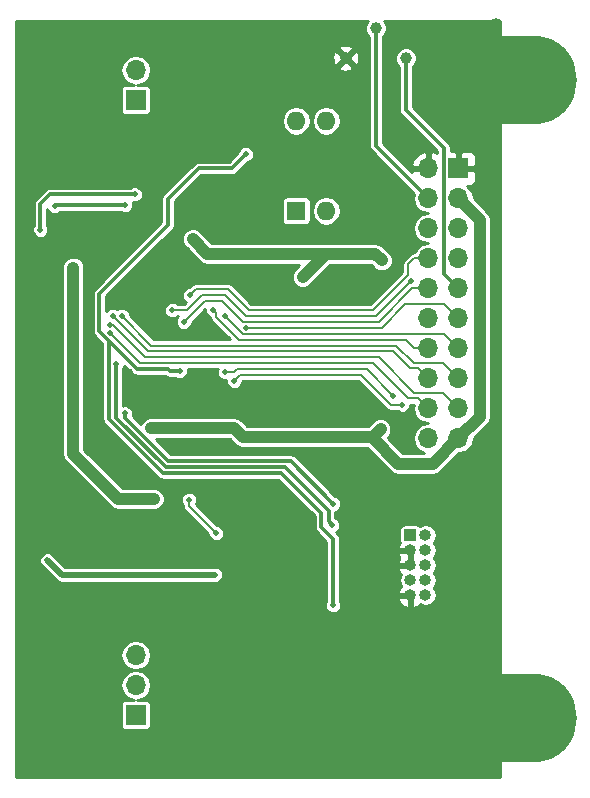
<source format=gbl>
G04 #@! TF.FileFunction,Copper,L2,Bot,Signal*
%FSLAX46Y46*%
G04 Gerber Fmt 4.6, Leading zero omitted, Abs format (unit mm)*
G04 Created by KiCad (PCBNEW 4.0.7) date Saturday, June 23, 2018 'PMt' 03:12:16 PM*
%MOMM*%
%LPD*%
G01*
G04 APERTURE LIST*
%ADD10C,0.100000*%
%ADD11C,1.000000*%
%ADD12O,12.000000X7.500000*%
%ADD13R,1.700000X1.700000*%
%ADD14O,1.700000X1.700000*%
%ADD15C,0.400000*%
%ADD16R,1.000000X1.000000*%
%ADD17O,1.000000X1.000000*%
%ADD18R,1.600000X1.600000*%
%ADD19O,1.600000X1.600000*%
%ADD20C,0.500000*%
%ADD21C,0.300000*%
%ADD22C,1.000000*%
%ADD23C,0.200000*%
%ADD24C,0.500000*%
%ADD25C,0.254000*%
G04 APERTURE END LIST*
D10*
D11*
X259000000Y-57400000D03*
X259000000Y-63600000D03*
X264200000Y-65200000D03*
X264200000Y-55800000D03*
X264200000Y-119200000D03*
X258800000Y-117800000D03*
X258800000Y-111800000D03*
X264200000Y-109600000D03*
X224400000Y-115200000D03*
X251200000Y-114400000D03*
X230200000Y-98200000D03*
X239000000Y-112000000D03*
X224400000Y-63800000D03*
X225000000Y-70000000D03*
X234600000Y-65200000D03*
X228600000Y-72400000D03*
X226800000Y-81400000D03*
X244200000Y-100800000D03*
X240400000Y-91600000D03*
X239000000Y-58800000D03*
X238200000Y-64400000D03*
X233800000Y-94400000D03*
X230000000Y-89200000D03*
X235600000Y-81000000D03*
X263800000Y-90600000D03*
X256400000Y-90200000D03*
X253600000Y-94400000D03*
X248400000Y-92400000D03*
X233000000Y-85400000D03*
X245000000Y-88600000D03*
X240800000Y-88600000D03*
X241800000Y-77000000D03*
X255200000Y-73800000D03*
X245600000Y-69000000D03*
D12*
X265000000Y-114500000D03*
D13*
X261000000Y-68000000D03*
D14*
X258460000Y-68000000D03*
X261000000Y-70540000D03*
X258460000Y-70540000D03*
X261000000Y-73080000D03*
X258460000Y-73080000D03*
X261000000Y-75620000D03*
X258460000Y-75620000D03*
X261000000Y-78160000D03*
X258460000Y-78160000D03*
X261000000Y-80700000D03*
X258460000Y-80700000D03*
X261000000Y-83240000D03*
X258460000Y-83240000D03*
X261000000Y-85780000D03*
X258460000Y-85780000D03*
X261000000Y-88320000D03*
X258460000Y-88320000D03*
X261000000Y-90860000D03*
X258460000Y-90860000D03*
D13*
X233680000Y-62230000D03*
D14*
X233680000Y-59690000D03*
X233680000Y-57150000D03*
D11*
X254000000Y-56134000D03*
X251460000Y-58674000D03*
X256540000Y-58674000D03*
D15*
X241550000Y-61250000D03*
X241550000Y-62200000D03*
X241550000Y-60300000D03*
D16*
X256930000Y-99060000D03*
D17*
X258200000Y-99060000D03*
X256930000Y-100330000D03*
X258200000Y-100330000D03*
X256930000Y-101600000D03*
X258200000Y-101600000D03*
X256930000Y-102870000D03*
X258200000Y-102870000D03*
X256930000Y-104140000D03*
X258200000Y-104140000D03*
D13*
X233680000Y-114300000D03*
D14*
X233680000Y-111760000D03*
X233680000Y-109220000D03*
X233680000Y-106680000D03*
D12*
X265000000Y-60500000D03*
D18*
X247260000Y-71600000D03*
D19*
X249800000Y-63980000D03*
X249800000Y-71600000D03*
X247260000Y-63980000D03*
D11*
X235200000Y-96000000D03*
D20*
X238200000Y-96050000D03*
D11*
X228400000Y-76400000D03*
D20*
X240500000Y-98900000D03*
X242000000Y-86000000D03*
X256250000Y-88000000D03*
X241250000Y-85250000D03*
X255500000Y-87250000D03*
X237750000Y-81000000D03*
X243000000Y-81500010D03*
X257000000Y-77500000D03*
X236750000Y-80000000D03*
X241250000Y-80500000D03*
X240250000Y-80000000D03*
X232500000Y-80500000D03*
X231750000Y-80500000D03*
X231500000Y-81250000D03*
X231538916Y-81961084D03*
D11*
X254400000Y-90100000D03*
X254500000Y-75800000D03*
X238500000Y-74000000D03*
X247800000Y-77200000D03*
X235000000Y-90000000D03*
X242750000Y-90750000D03*
D20*
X250400000Y-96400000D03*
X232750000Y-88750000D03*
X250311902Y-98200000D03*
X232000000Y-84600000D03*
X225600000Y-73200000D03*
X233600000Y-70200000D03*
X226800000Y-71200000D03*
X232800000Y-71100000D03*
X238250000Y-78750000D03*
X243000000Y-66800000D03*
X250400000Y-105000000D03*
X237400000Y-85200000D03*
X240400000Y-102400000D03*
X226200000Y-101200000D03*
D21*
X265000000Y-114500000D02*
X262750000Y-114500000D01*
X262750000Y-114500000D02*
X256930000Y-108680000D01*
X256930000Y-108680000D02*
X256930000Y-104140000D01*
X265000000Y-60500000D02*
X262750000Y-60500000D01*
X262750000Y-60500000D02*
X261000000Y-62250000D01*
X261000000Y-62250000D02*
X261000000Y-68000000D01*
D22*
X228400000Y-92200000D02*
X232200000Y-96000000D01*
X232200000Y-96000000D02*
X235200000Y-96000000D01*
D23*
X238200000Y-96050000D02*
X238200000Y-96600000D01*
X238200000Y-96600000D02*
X240500000Y-98900000D01*
D22*
X228400000Y-76400000D02*
X228400000Y-92200000D01*
D21*
X254000000Y-66080000D02*
X258460000Y-70540000D01*
X254000000Y-56134000D02*
X254000000Y-66080000D01*
D23*
X242000000Y-86000000D02*
X242500000Y-85500000D01*
X255250000Y-88000000D02*
X256250000Y-88000000D01*
X242500000Y-85500000D02*
X252750000Y-85500000D01*
X252750000Y-85500000D02*
X255250000Y-88000000D01*
X253250000Y-85000000D02*
X255500000Y-87250000D01*
X242250000Y-85000000D02*
X253250000Y-85000000D01*
X241250000Y-85250000D02*
X242000000Y-85250000D01*
X242000000Y-85250000D02*
X242250000Y-85000000D01*
X237750000Y-81000000D02*
X239500000Y-79250000D01*
X239500000Y-79250000D02*
X241000000Y-79250000D01*
X241000000Y-79250000D02*
X242750000Y-81000000D01*
X242750000Y-81000000D02*
X254250000Y-81000000D01*
X254250000Y-81000000D02*
X257090000Y-78160000D01*
X257090000Y-78160000D02*
X258460000Y-78160000D01*
X243000000Y-81500010D02*
X254499990Y-81500010D01*
X256500000Y-79500000D02*
X254499990Y-81500010D01*
X259800000Y-79500000D02*
X256500000Y-79500000D01*
X261000000Y-80700000D02*
X259800000Y-79500000D01*
X243000000Y-80500000D02*
X254000000Y-80500000D01*
X236750000Y-80000000D02*
X238000000Y-80000000D01*
X238000000Y-80000000D02*
X239250000Y-78750000D01*
X239250000Y-78750000D02*
X241250000Y-78750000D01*
X241250000Y-78750000D02*
X243000000Y-80500000D01*
X254000000Y-80500000D02*
X257000000Y-77500000D01*
X242750011Y-82000011D02*
X259759989Y-82000011D01*
X259759989Y-82000011D02*
X259760000Y-82000000D01*
X241250000Y-80500000D02*
X242750011Y-82000011D01*
X261000000Y-83240000D02*
X259760000Y-82000000D01*
X240250000Y-80000000D02*
X240500000Y-80250000D01*
X240500000Y-80250000D02*
X240500000Y-80603553D01*
X240500000Y-80603553D02*
X242396447Y-82500000D01*
X242396447Y-82500000D02*
X256517919Y-82500000D01*
X257257919Y-83240000D02*
X258460000Y-83240000D01*
X256517919Y-82500000D02*
X257257919Y-83240000D01*
X232500000Y-80500000D02*
X235000000Y-83000000D01*
X235000000Y-83000000D02*
X255750000Y-83000000D01*
X255750000Y-83000000D02*
X257250000Y-84500000D01*
X257250000Y-84500000D02*
X259720000Y-84500000D01*
X259720000Y-84500000D02*
X261000000Y-85780000D01*
X231750000Y-80500000D02*
X234750000Y-83500000D01*
X234750000Y-83500000D02*
X255500000Y-83500000D01*
X255500000Y-83500000D02*
X256930001Y-84930001D01*
X256930001Y-84930001D02*
X257610001Y-84930001D01*
X257610001Y-84930001D02*
X258460000Y-85780000D01*
X231500000Y-81250000D02*
X231750000Y-81250000D01*
X231750000Y-81250000D02*
X234500000Y-84000000D01*
X234500000Y-84000000D02*
X254250000Y-84000000D01*
X254250000Y-84000000D02*
X257250000Y-87000000D01*
X257250000Y-87000000D02*
X259680000Y-87000000D01*
X259680000Y-87000000D02*
X261000000Y-88320000D01*
X257610001Y-87470001D02*
X256720001Y-87470001D01*
X234077832Y-84500000D02*
X231538916Y-81961084D01*
X253750000Y-84500000D02*
X234077832Y-84500000D01*
X256720001Y-87470001D02*
X253750000Y-84500000D01*
X258460000Y-88320000D02*
X257610001Y-87470001D01*
D21*
X259750000Y-66250000D02*
X256540000Y-63040000D01*
X256540000Y-63040000D02*
X256540000Y-58674000D01*
X259750000Y-66250000D02*
X259750000Y-76910000D01*
X259750000Y-76910000D02*
X261000000Y-78160000D01*
D22*
X247800000Y-77200000D02*
X249750000Y-75250000D01*
X249750000Y-75250000D02*
X250000000Y-75250000D01*
X235000000Y-90000000D02*
X242000000Y-90000000D01*
X242000000Y-90000000D02*
X242750000Y-90750000D01*
X262800000Y-72340000D02*
X261000000Y-70540000D01*
X261000000Y-90860000D02*
X262800000Y-89060000D01*
X262800000Y-72340000D02*
X262800000Y-89060000D01*
X253200000Y-90750000D02*
X253650000Y-90750000D01*
X253650000Y-90750000D02*
X255900000Y-93000000D01*
X255900000Y-93000000D02*
X258860000Y-93000000D01*
X258860000Y-93000000D02*
X261000000Y-90860000D01*
X253200000Y-90750000D02*
X253750000Y-90750000D01*
X242750000Y-90750000D02*
X253200000Y-90750000D01*
X253750000Y-90750000D02*
X254400000Y-90100000D01*
X250000000Y-75250000D02*
X253950000Y-75250000D01*
X253950000Y-75250000D02*
X254500000Y-75800000D01*
X250000000Y-75250000D02*
X239750000Y-75250000D01*
X239750000Y-75250000D02*
X238500000Y-74000000D01*
D21*
X246800000Y-92800000D02*
X250400000Y-96400000D01*
X236446447Y-92800000D02*
X246800000Y-92800000D01*
X232750000Y-89103553D02*
X236446447Y-92800000D01*
X232750000Y-88750000D02*
X232750000Y-89103553D01*
X232000000Y-84600000D02*
X232000000Y-89100000D01*
X232000000Y-89100000D02*
X236200000Y-93300000D01*
X236200000Y-93300000D02*
X246300000Y-93300000D01*
X246300000Y-93300000D02*
X250000000Y-97000000D01*
X250000000Y-97000000D02*
X250000000Y-97888098D01*
X250000000Y-97888098D02*
X250311902Y-98200000D01*
X225600000Y-73200000D02*
X225600000Y-71000000D01*
X225600000Y-71000000D02*
X226400000Y-70200000D01*
X233600000Y-70200000D02*
X226400000Y-70200000D01*
X232800000Y-71100000D02*
X226900000Y-71100000D01*
X226900000Y-71100000D02*
X226800000Y-71200000D01*
D23*
X243250000Y-80000000D02*
X253750000Y-80000000D01*
X238250000Y-78750000D02*
X238750000Y-78250000D01*
X238750000Y-78250000D02*
X241500000Y-78250000D01*
X241500000Y-78250000D02*
X243250000Y-80000000D01*
X253750000Y-80000000D02*
X256750000Y-77000000D01*
X256750000Y-77000000D02*
X256750000Y-76127919D01*
X256750000Y-76127919D02*
X257257919Y-75620000D01*
X257257919Y-75620000D02*
X258460000Y-75620000D01*
D21*
X236400000Y-70600000D02*
X239000000Y-68000000D01*
X239000000Y-68000000D02*
X241800000Y-68000000D01*
X241800000Y-68000000D02*
X243000000Y-66800000D01*
X237400000Y-85200000D02*
X236600000Y-85200000D01*
X236600000Y-85200000D02*
X236400000Y-85000000D01*
X236400000Y-85000000D02*
X233800000Y-85000000D01*
X232599999Y-83800000D02*
X231199999Y-82400000D01*
X233800000Y-85000000D02*
X232599999Y-83800000D01*
X231199999Y-82400000D02*
X230599999Y-81800000D01*
X231400000Y-89200000D02*
X231400000Y-82600001D01*
X231400000Y-82600001D02*
X231199999Y-82400000D01*
X230599999Y-81800000D02*
X230599999Y-78600001D01*
X230599999Y-78600001D02*
X236400000Y-72800000D01*
X236400000Y-72800000D02*
X236400000Y-70600000D01*
X250400000Y-99400000D02*
X250400000Y-105000000D01*
X249400000Y-97200000D02*
X249400000Y-98400000D01*
X249400000Y-98400000D02*
X250400000Y-99400000D01*
X236000000Y-93800000D02*
X246000000Y-93800000D01*
X231400000Y-89200000D02*
X236000000Y-93800000D01*
X246000000Y-93800000D02*
X249400000Y-97200000D01*
D24*
X240400000Y-102400000D02*
X227400000Y-102400000D01*
X227400000Y-102400000D02*
X226200000Y-101200000D01*
D25*
G36*
X253214586Y-55608211D02*
X253073161Y-55948799D01*
X253072839Y-56317583D01*
X253213669Y-56658417D01*
X253423000Y-56868114D01*
X253423000Y-66079995D01*
X253422999Y-66080000D01*
X253466922Y-66300808D01*
X253591999Y-66488001D01*
X257238617Y-70134619D01*
X257157982Y-70540000D01*
X257255188Y-71028687D01*
X257532007Y-71442975D01*
X257946295Y-71719794D01*
X258399791Y-71810000D01*
X257946295Y-71900206D01*
X257532007Y-72177025D01*
X257255188Y-72591313D01*
X257157982Y-73080000D01*
X257255188Y-73568687D01*
X257532007Y-73982975D01*
X257946295Y-74259794D01*
X258399791Y-74350000D01*
X257946295Y-74440206D01*
X257532007Y-74717025D01*
X257280788Y-75093000D01*
X257257919Y-75093000D01*
X257056244Y-75133115D01*
X256885274Y-75247355D01*
X256377355Y-75755274D01*
X256263115Y-75926244D01*
X256263115Y-75926245D01*
X256223000Y-76127919D01*
X256223000Y-76781710D01*
X253531710Y-79473000D01*
X243468290Y-79473000D01*
X241872645Y-77877355D01*
X241701675Y-77763115D01*
X241500000Y-77723000D01*
X238750000Y-77723000D01*
X238548326Y-77763115D01*
X238377355Y-77877355D01*
X238181770Y-78072940D01*
X238115927Y-78072883D01*
X237867011Y-78175733D01*
X237676402Y-78366010D01*
X237573118Y-78614746D01*
X237572883Y-78884073D01*
X237675733Y-79132989D01*
X237866010Y-79323598D01*
X237912011Y-79342699D01*
X237781710Y-79473000D01*
X237180507Y-79473000D01*
X237133990Y-79426402D01*
X236885254Y-79323118D01*
X236615927Y-79322883D01*
X236367011Y-79425733D01*
X236176402Y-79616010D01*
X236073118Y-79864746D01*
X236072883Y-80134073D01*
X236175733Y-80382989D01*
X236366010Y-80573598D01*
X236614746Y-80676882D01*
X236884073Y-80677117D01*
X237132989Y-80574267D01*
X237180338Y-80527000D01*
X237265567Y-80527000D01*
X237176402Y-80616010D01*
X237073118Y-80864746D01*
X237072883Y-81134073D01*
X237175733Y-81382989D01*
X237366010Y-81573598D01*
X237614746Y-81676882D01*
X237884073Y-81677117D01*
X238132989Y-81574267D01*
X238323598Y-81383990D01*
X238426882Y-81135254D01*
X238426940Y-81068350D01*
X239573068Y-79922222D01*
X239572883Y-80134073D01*
X239675733Y-80382989D01*
X239866010Y-80573598D01*
X239976138Y-80619327D01*
X240013115Y-80805228D01*
X240127355Y-80976198D01*
X241624157Y-82473000D01*
X235218290Y-82473000D01*
X233177060Y-80431770D01*
X233177117Y-80365927D01*
X233074267Y-80117011D01*
X232883990Y-79926402D01*
X232635254Y-79823118D01*
X232365927Y-79822883D01*
X232124714Y-79922550D01*
X231885254Y-79823118D01*
X231615927Y-79822883D01*
X231367011Y-79925733D01*
X231176999Y-80115414D01*
X231176999Y-78839003D01*
X235832419Y-74183583D01*
X237572839Y-74183583D01*
X237713669Y-74524417D01*
X237974211Y-74785414D01*
X237974599Y-74785575D01*
X239094512Y-75905488D01*
X239395252Y-76106436D01*
X239750000Y-76177000D01*
X247512024Y-76177000D01*
X247144798Y-76544226D01*
X247014586Y-76674211D01*
X246873161Y-77014799D01*
X246872839Y-77383583D01*
X247013669Y-77724417D01*
X247274211Y-77985414D01*
X247614799Y-78126839D01*
X247983583Y-78127161D01*
X248324417Y-77986331D01*
X248585414Y-77725789D01*
X248585575Y-77725401D01*
X250133976Y-76177000D01*
X253566024Y-76177000D01*
X253844226Y-76455202D01*
X253974211Y-76585414D01*
X254314799Y-76726839D01*
X254683583Y-76727161D01*
X255024417Y-76586331D01*
X255285414Y-76325789D01*
X255426839Y-75985201D01*
X255427161Y-75616417D01*
X255286331Y-75275583D01*
X255025789Y-75014586D01*
X255025401Y-75014425D01*
X254605488Y-74594512D01*
X254304748Y-74393564D01*
X253950000Y-74323000D01*
X240133976Y-74323000D01*
X239155488Y-73344512D01*
X239025789Y-73214586D01*
X238685201Y-73073161D01*
X238316417Y-73072839D01*
X237975583Y-73213669D01*
X237714586Y-73474211D01*
X237573161Y-73814799D01*
X237572839Y-74183583D01*
X235832419Y-74183583D01*
X236808001Y-73208001D01*
X236933078Y-73020808D01*
X236977000Y-72800000D01*
X236977000Y-70839002D01*
X237016001Y-70800000D01*
X246024635Y-70800000D01*
X246024635Y-72400000D01*
X246054409Y-72558237D01*
X246147927Y-72703567D01*
X246290619Y-72801064D01*
X246460000Y-72835365D01*
X248060000Y-72835365D01*
X248218237Y-72805591D01*
X248363567Y-72712073D01*
X248461064Y-72569381D01*
X248495365Y-72400000D01*
X248495365Y-71575962D01*
X248573000Y-71575962D01*
X248573000Y-71624038D01*
X248666400Y-72093591D01*
X248932380Y-72491658D01*
X249330447Y-72757638D01*
X249800000Y-72851038D01*
X250269553Y-72757638D01*
X250667620Y-72491658D01*
X250933600Y-72093591D01*
X251027000Y-71624038D01*
X251027000Y-71575962D01*
X250933600Y-71106409D01*
X250667620Y-70708342D01*
X250269553Y-70442362D01*
X249800000Y-70348962D01*
X249330447Y-70442362D01*
X248932380Y-70708342D01*
X248666400Y-71106409D01*
X248573000Y-71575962D01*
X248495365Y-71575962D01*
X248495365Y-70800000D01*
X248465591Y-70641763D01*
X248372073Y-70496433D01*
X248229381Y-70398936D01*
X248060000Y-70364635D01*
X246460000Y-70364635D01*
X246301763Y-70394409D01*
X246156433Y-70487927D01*
X246058936Y-70630619D01*
X246024635Y-70800000D01*
X237016001Y-70800000D01*
X239239001Y-68577000D01*
X241799995Y-68577000D01*
X241800000Y-68577001D01*
X242020808Y-68533078D01*
X242208001Y-68408001D01*
X243142272Y-67473729D01*
X243382989Y-67374267D01*
X243573598Y-67183990D01*
X243676882Y-66935254D01*
X243677117Y-66665927D01*
X243574267Y-66417011D01*
X243383990Y-66226402D01*
X243135254Y-66123118D01*
X242865927Y-66122883D01*
X242617011Y-66225733D01*
X242426402Y-66416010D01*
X242325863Y-66658136D01*
X241560998Y-67423000D01*
X239000000Y-67423000D01*
X238779192Y-67466922D01*
X238591999Y-67591999D01*
X238591997Y-67592002D01*
X235991999Y-70191999D01*
X235866922Y-70379192D01*
X235822999Y-70600000D01*
X235823000Y-70600005D01*
X235823000Y-72560998D01*
X230191998Y-78192000D01*
X230066921Y-78379193D01*
X230022998Y-78600001D01*
X230022999Y-78600006D01*
X230022999Y-81799995D01*
X230022998Y-81800000D01*
X230066921Y-82020808D01*
X230191998Y-82208001D01*
X230823000Y-82839003D01*
X230823000Y-89199995D01*
X230822999Y-89200000D01*
X230866922Y-89420808D01*
X230991999Y-89608001D01*
X235591997Y-94207998D01*
X235591999Y-94208001D01*
X235704213Y-94282979D01*
X235779191Y-94333078D01*
X236000000Y-94377000D01*
X245760998Y-94377000D01*
X248823000Y-97439002D01*
X248823000Y-98399995D01*
X248822999Y-98400000D01*
X248866922Y-98620808D01*
X248991999Y-98808001D01*
X249823000Y-99639001D01*
X249823000Y-104624203D01*
X249723118Y-104864746D01*
X249722883Y-105134073D01*
X249825733Y-105382989D01*
X250016010Y-105573598D01*
X250264746Y-105676882D01*
X250534073Y-105677117D01*
X250782989Y-105574267D01*
X250973598Y-105383990D01*
X251076882Y-105135254D01*
X251077117Y-104865927D01*
X250977000Y-104623625D01*
X250977000Y-104441874D01*
X255835881Y-104441874D01*
X255942873Y-104700209D01*
X256232396Y-105035323D01*
X256628123Y-105234132D01*
X256803000Y-105109135D01*
X256803000Y-104267000D01*
X255962046Y-104267000D01*
X255835881Y-104441874D01*
X250977000Y-104441874D01*
X250977000Y-100631874D01*
X255835881Y-100631874D01*
X255942873Y-100890209D01*
X256007489Y-100965000D01*
X255942873Y-101039791D01*
X255835881Y-101298126D01*
X255962046Y-101473000D01*
X256803000Y-101473000D01*
X256803000Y-100457000D01*
X255962046Y-100457000D01*
X255835881Y-100631874D01*
X250977000Y-100631874D01*
X250977000Y-100028126D01*
X255835881Y-100028126D01*
X255962046Y-100203000D01*
X256803000Y-100203000D01*
X256803000Y-100183000D01*
X257057000Y-100183000D01*
X257057000Y-100203000D01*
X257077000Y-100203000D01*
X257077000Y-100457000D01*
X257057000Y-100457000D01*
X257057000Y-101473000D01*
X257077000Y-101473000D01*
X257077000Y-101727000D01*
X257057000Y-101727000D01*
X257057000Y-101747000D01*
X256803000Y-101747000D01*
X256803000Y-101727000D01*
X255962046Y-101727000D01*
X255835881Y-101901874D01*
X255942873Y-102160209D01*
X256140100Y-102388494D01*
X256055403Y-102515252D01*
X255984839Y-102870000D01*
X256055403Y-103224748D01*
X256140100Y-103351506D01*
X255942873Y-103579791D01*
X255835881Y-103838126D01*
X255962046Y-104013000D01*
X256803000Y-104013000D01*
X256803000Y-103993000D01*
X257057000Y-103993000D01*
X257057000Y-104013000D01*
X257077000Y-104013000D01*
X257077000Y-104267000D01*
X257057000Y-104267000D01*
X257057000Y-105109135D01*
X257231877Y-105234132D01*
X257627604Y-105035323D01*
X257721916Y-104926160D01*
X257827091Y-104996436D01*
X258181839Y-105067000D01*
X258218161Y-105067000D01*
X258572909Y-104996436D01*
X258873649Y-104795488D01*
X259074597Y-104494748D01*
X259145161Y-104140000D01*
X259074597Y-103785252D01*
X258887339Y-103505000D01*
X259074597Y-103224748D01*
X259145161Y-102870000D01*
X259074597Y-102515252D01*
X258887339Y-102235000D01*
X259074597Y-101954748D01*
X259145161Y-101600000D01*
X259074597Y-101245252D01*
X258887339Y-100965000D01*
X259074597Y-100684748D01*
X259145161Y-100330000D01*
X259074597Y-99975252D01*
X258887339Y-99695000D01*
X259074597Y-99414748D01*
X259145161Y-99060000D01*
X259074597Y-98705252D01*
X258873649Y-98404512D01*
X258572909Y-98203564D01*
X258218161Y-98133000D01*
X258181839Y-98133000D01*
X257827091Y-98203564D01*
X257743845Y-98259187D01*
X257742073Y-98256433D01*
X257599381Y-98158936D01*
X257430000Y-98124635D01*
X256430000Y-98124635D01*
X256271763Y-98154409D01*
X256126433Y-98247927D01*
X256028936Y-98390619D01*
X255994635Y-98560000D01*
X255994635Y-99560000D01*
X256017793Y-99683074D01*
X255942873Y-99769791D01*
X255835881Y-100028126D01*
X250977000Y-100028126D01*
X250977000Y-99400005D01*
X250977001Y-99400000D01*
X250933078Y-99179192D01*
X250808001Y-98991999D01*
X250807998Y-98991997D01*
X250620858Y-98804857D01*
X250694891Y-98774267D01*
X250885500Y-98583990D01*
X250988784Y-98335254D01*
X250989019Y-98065927D01*
X250886169Y-97817011D01*
X250695892Y-97626402D01*
X250577000Y-97577034D01*
X250577000Y-97059380D01*
X250782989Y-96974267D01*
X250973598Y-96783990D01*
X251076882Y-96535254D01*
X251077117Y-96265927D01*
X250974267Y-96017011D01*
X250783990Y-95826402D01*
X250541864Y-95725863D01*
X247208001Y-92391999D01*
X247020808Y-92266922D01*
X246800000Y-92222999D01*
X246799995Y-92223000D01*
X236685448Y-92223000D01*
X235389448Y-90927000D01*
X241616024Y-90927000D01*
X242094226Y-91405202D01*
X242224211Y-91535414D01*
X242564799Y-91676839D01*
X242933583Y-91677161D01*
X242933973Y-91677000D01*
X253266024Y-91677000D01*
X255244512Y-93655488D01*
X255545253Y-93856437D01*
X255900000Y-93927000D01*
X258860000Y-93927000D01*
X259214748Y-93856436D01*
X259515488Y-93655488D01*
X261036200Y-92134776D01*
X261513705Y-92039794D01*
X261927993Y-91762975D01*
X262204812Y-91348687D01*
X262299794Y-90871182D01*
X263455488Y-89715488D01*
X263481205Y-89677000D01*
X263656436Y-89414748D01*
X263727000Y-89060000D01*
X263727000Y-72340000D01*
X263656436Y-71985252D01*
X263455488Y-71684512D01*
X262299794Y-70528818D01*
X262204812Y-70051313D01*
X261927993Y-69637025D01*
X261700472Y-69485000D01*
X261976309Y-69485000D01*
X262209698Y-69388327D01*
X262388327Y-69209699D01*
X262485000Y-68976310D01*
X262485000Y-68285750D01*
X262326250Y-68127000D01*
X261127000Y-68127000D01*
X261127000Y-68147000D01*
X260873000Y-68147000D01*
X260873000Y-68127000D01*
X260853000Y-68127000D01*
X260853000Y-67873000D01*
X260873000Y-67873000D01*
X260873000Y-66673750D01*
X261127000Y-66673750D01*
X261127000Y-67873000D01*
X262326250Y-67873000D01*
X262485000Y-67714250D01*
X262485000Y-67023690D01*
X262388327Y-66790301D01*
X262209698Y-66611673D01*
X261976309Y-66515000D01*
X261285750Y-66515000D01*
X261127000Y-66673750D01*
X260873000Y-66673750D01*
X260714250Y-66515000D01*
X260327000Y-66515000D01*
X260327000Y-66250005D01*
X260327001Y-66250000D01*
X260283078Y-66029192D01*
X260158001Y-65841999D01*
X260157998Y-65841997D01*
X257117000Y-62800998D01*
X257117000Y-59407840D01*
X257325414Y-59199789D01*
X257466839Y-58859201D01*
X257467161Y-58490417D01*
X257326331Y-58149583D01*
X257065789Y-57888586D01*
X256725201Y-57747161D01*
X256356417Y-57746839D01*
X256015583Y-57887669D01*
X255754586Y-58148211D01*
X255613161Y-58488799D01*
X255612839Y-58857583D01*
X255753669Y-59198417D01*
X255963000Y-59408114D01*
X255963000Y-63039995D01*
X255962999Y-63040000D01*
X256006922Y-63260808D01*
X256131999Y-63448001D01*
X259173000Y-66489001D01*
X259173000Y-66725752D01*
X258816892Y-66558514D01*
X258587000Y-66679181D01*
X258587000Y-67873000D01*
X258607000Y-67873000D01*
X258607000Y-68127000D01*
X258587000Y-68127000D01*
X258587000Y-68147000D01*
X258333000Y-68147000D01*
X258333000Y-68127000D01*
X257139845Y-68127000D01*
X257044213Y-68308212D01*
X256379112Y-67643110D01*
X257018524Y-67643110D01*
X257139845Y-67873000D01*
X258333000Y-67873000D01*
X258333000Y-66679181D01*
X258103108Y-66558514D01*
X257578642Y-66804817D01*
X257188355Y-67233076D01*
X257018524Y-67643110D01*
X256379112Y-67643110D01*
X254577000Y-65840998D01*
X254577000Y-56867840D01*
X254785414Y-56659789D01*
X254926839Y-56319201D01*
X254927161Y-55950417D01*
X254786331Y-55609583D01*
X254678936Y-55502000D01*
X264498000Y-55502000D01*
X264498000Y-119498000D01*
X223502000Y-119498000D01*
X223502000Y-109220000D01*
X232377982Y-109220000D01*
X232475188Y-109708687D01*
X232752007Y-110122975D01*
X233166295Y-110399794D01*
X233619791Y-110490000D01*
X233166295Y-110580206D01*
X232752007Y-110857025D01*
X232475188Y-111271313D01*
X232377982Y-111760000D01*
X232475188Y-112248687D01*
X232752007Y-112662975D01*
X233166295Y-112939794D01*
X233542546Y-113014635D01*
X232830000Y-113014635D01*
X232671763Y-113044409D01*
X232526433Y-113137927D01*
X232428936Y-113280619D01*
X232394635Y-113450000D01*
X232394635Y-115150000D01*
X232424409Y-115308237D01*
X232517927Y-115453567D01*
X232660619Y-115551064D01*
X232830000Y-115585365D01*
X234530000Y-115585365D01*
X234688237Y-115555591D01*
X234833567Y-115462073D01*
X234931064Y-115319381D01*
X234965365Y-115150000D01*
X234965365Y-113450000D01*
X234935591Y-113291763D01*
X234842073Y-113146433D01*
X234699381Y-113048936D01*
X234530000Y-113014635D01*
X233817454Y-113014635D01*
X234193705Y-112939794D01*
X234607993Y-112662975D01*
X234884812Y-112248687D01*
X234982018Y-111760000D01*
X234884812Y-111271313D01*
X234607993Y-110857025D01*
X234193705Y-110580206D01*
X233740209Y-110490000D01*
X234193705Y-110399794D01*
X234607993Y-110122975D01*
X234884812Y-109708687D01*
X234982018Y-109220000D01*
X234884812Y-108731313D01*
X234607993Y-108317025D01*
X234193705Y-108040206D01*
X233705018Y-107943000D01*
X233654982Y-107943000D01*
X233166295Y-108040206D01*
X232752007Y-108317025D01*
X232475188Y-108731313D01*
X232377982Y-109220000D01*
X223502000Y-109220000D01*
X223502000Y-101334073D01*
X225522883Y-101334073D01*
X225625733Y-101582989D01*
X225816010Y-101773598D01*
X225816294Y-101773716D01*
X226921289Y-102878711D01*
X227140923Y-103025466D01*
X227400000Y-103077000D01*
X240399983Y-103077000D01*
X240534073Y-103077117D01*
X240782989Y-102974267D01*
X240973598Y-102783990D01*
X241076882Y-102535254D01*
X241077117Y-102265927D01*
X240974267Y-102017011D01*
X240783990Y-101826402D01*
X240535254Y-101723118D01*
X240265927Y-101722883D01*
X240265644Y-101723000D01*
X227680422Y-101723000D01*
X226679129Y-100721707D01*
X226583990Y-100626402D01*
X226335254Y-100523118D01*
X226065927Y-100522883D01*
X225817011Y-100625733D01*
X225626402Y-100816010D01*
X225523118Y-101064746D01*
X225522883Y-101334073D01*
X223502000Y-101334073D01*
X223502000Y-76583583D01*
X227472839Y-76583583D01*
X227473000Y-76583973D01*
X227473000Y-92200000D01*
X227543564Y-92554748D01*
X227685334Y-92766922D01*
X227744512Y-92855488D01*
X231544512Y-96655488D01*
X231845253Y-96856437D01*
X232200000Y-96927000D01*
X235199191Y-96927000D01*
X235383583Y-96927161D01*
X235724417Y-96786331D01*
X235985414Y-96525789D01*
X236126839Y-96185201D01*
X236126839Y-96184073D01*
X237522883Y-96184073D01*
X237625733Y-96432989D01*
X237673000Y-96480338D01*
X237673000Y-96600000D01*
X237713115Y-96801675D01*
X237827355Y-96972645D01*
X239822940Y-98968230D01*
X239822883Y-99034073D01*
X239925733Y-99282989D01*
X240116010Y-99473598D01*
X240364746Y-99576882D01*
X240634073Y-99577117D01*
X240882989Y-99474267D01*
X241073598Y-99283990D01*
X241176882Y-99035254D01*
X241177117Y-98765927D01*
X241074267Y-98517011D01*
X240883990Y-98326402D01*
X240635254Y-98223118D01*
X240568350Y-98223060D01*
X238775265Y-96429975D01*
X238876882Y-96185254D01*
X238877117Y-95915927D01*
X238774267Y-95667011D01*
X238583990Y-95476402D01*
X238335254Y-95373118D01*
X238065927Y-95372883D01*
X237817011Y-95475733D01*
X237626402Y-95666010D01*
X237523118Y-95914746D01*
X237522883Y-96184073D01*
X236126839Y-96184073D01*
X236127161Y-95816417D01*
X235986331Y-95475583D01*
X235725789Y-95214586D01*
X235385201Y-95073161D01*
X235016417Y-95072839D01*
X235016027Y-95073000D01*
X232583976Y-95073000D01*
X229327000Y-91816024D01*
X229327000Y-76400809D01*
X229327161Y-76216417D01*
X229186331Y-75875583D01*
X228925789Y-75614586D01*
X228585201Y-75473161D01*
X228216417Y-75472839D01*
X227875583Y-75613669D01*
X227614586Y-75874211D01*
X227473161Y-76214799D01*
X227472839Y-76583583D01*
X223502000Y-76583583D01*
X223502000Y-73334073D01*
X224922883Y-73334073D01*
X225025733Y-73582989D01*
X225216010Y-73773598D01*
X225464746Y-73876882D01*
X225734073Y-73877117D01*
X225982989Y-73774267D01*
X226173598Y-73583990D01*
X226276882Y-73335254D01*
X226277117Y-73065927D01*
X226177000Y-72823625D01*
X226177000Y-71465046D01*
X226225733Y-71582989D01*
X226416010Y-71773598D01*
X226664746Y-71876882D01*
X226934073Y-71877117D01*
X227182989Y-71774267D01*
X227280426Y-71677000D01*
X232424203Y-71677000D01*
X232664746Y-71776882D01*
X232934073Y-71777117D01*
X233182989Y-71674267D01*
X233373598Y-71483990D01*
X233476882Y-71235254D01*
X233477117Y-70965927D01*
X233435267Y-70864641D01*
X233464746Y-70876882D01*
X233734073Y-70877117D01*
X233982989Y-70774267D01*
X234173598Y-70583990D01*
X234276882Y-70335254D01*
X234277117Y-70065927D01*
X234174267Y-69817011D01*
X233983990Y-69626402D01*
X233735254Y-69523118D01*
X233465927Y-69522883D01*
X233223625Y-69623000D01*
X226400005Y-69623000D01*
X226400000Y-69622999D01*
X226179192Y-69666922D01*
X225991999Y-69791999D01*
X225191999Y-70591999D01*
X225066922Y-70779192D01*
X225022999Y-71000000D01*
X225023000Y-71000005D01*
X225023000Y-72824203D01*
X224923118Y-73064746D01*
X224922883Y-73334073D01*
X223502000Y-73334073D01*
X223502000Y-63955962D01*
X246033000Y-63955962D01*
X246033000Y-64004038D01*
X246126400Y-64473591D01*
X246392380Y-64871658D01*
X246790447Y-65137638D01*
X247260000Y-65231038D01*
X247729553Y-65137638D01*
X248127620Y-64871658D01*
X248393600Y-64473591D01*
X248487000Y-64004038D01*
X248487000Y-63955962D01*
X248573000Y-63955962D01*
X248573000Y-64004038D01*
X248666400Y-64473591D01*
X248932380Y-64871658D01*
X249330447Y-65137638D01*
X249800000Y-65231038D01*
X250269553Y-65137638D01*
X250667620Y-64871658D01*
X250933600Y-64473591D01*
X251027000Y-64004038D01*
X251027000Y-63955962D01*
X250933600Y-63486409D01*
X250667620Y-63088342D01*
X250269553Y-62822362D01*
X249800000Y-62728962D01*
X249330447Y-62822362D01*
X248932380Y-63088342D01*
X248666400Y-63486409D01*
X248573000Y-63955962D01*
X248487000Y-63955962D01*
X248393600Y-63486409D01*
X248127620Y-63088342D01*
X247729553Y-62822362D01*
X247260000Y-62728962D01*
X246790447Y-62822362D01*
X246392380Y-63088342D01*
X246126400Y-63486409D01*
X246033000Y-63955962D01*
X223502000Y-63955962D01*
X223502000Y-59690000D01*
X232377982Y-59690000D01*
X232475188Y-60178687D01*
X232752007Y-60592975D01*
X233166295Y-60869794D01*
X233542546Y-60944635D01*
X232830000Y-60944635D01*
X232671763Y-60974409D01*
X232526433Y-61067927D01*
X232428936Y-61210619D01*
X232394635Y-61380000D01*
X232394635Y-63080000D01*
X232424409Y-63238237D01*
X232517927Y-63383567D01*
X232660619Y-63481064D01*
X232830000Y-63515365D01*
X234530000Y-63515365D01*
X234688237Y-63485591D01*
X234833567Y-63392073D01*
X234931064Y-63249381D01*
X234965365Y-63080000D01*
X234965365Y-61380000D01*
X234935591Y-61221763D01*
X234842073Y-61076433D01*
X234699381Y-60978936D01*
X234530000Y-60944635D01*
X233817454Y-60944635D01*
X234193705Y-60869794D01*
X234607993Y-60592975D01*
X234884812Y-60178687D01*
X234982018Y-59690000D01*
X234937085Y-59464104D01*
X250849501Y-59464104D01*
X250886648Y-59679217D01*
X251314972Y-59822112D01*
X251765375Y-59790217D01*
X252033352Y-59679217D01*
X252070499Y-59464104D01*
X251460000Y-58853605D01*
X250849501Y-59464104D01*
X234937085Y-59464104D01*
X234884812Y-59201313D01*
X234607993Y-58787025D01*
X234221791Y-58528972D01*
X250311888Y-58528972D01*
X250343783Y-58979375D01*
X250454783Y-59247352D01*
X250669896Y-59284499D01*
X251280395Y-58674000D01*
X251639605Y-58674000D01*
X252250104Y-59284499D01*
X252465217Y-59247352D01*
X252608112Y-58819028D01*
X252576217Y-58368625D01*
X252465217Y-58100648D01*
X252250104Y-58063501D01*
X251639605Y-58674000D01*
X251280395Y-58674000D01*
X250669896Y-58063501D01*
X250454783Y-58100648D01*
X250311888Y-58528972D01*
X234221791Y-58528972D01*
X234193705Y-58510206D01*
X233705018Y-58413000D01*
X233654982Y-58413000D01*
X233166295Y-58510206D01*
X232752007Y-58787025D01*
X232475188Y-59201313D01*
X232377982Y-59690000D01*
X223502000Y-59690000D01*
X223502000Y-57883896D01*
X250849501Y-57883896D01*
X251460000Y-58494395D01*
X252070499Y-57883896D01*
X252033352Y-57668783D01*
X251605028Y-57525888D01*
X251154625Y-57557783D01*
X250886648Y-57668783D01*
X250849501Y-57883896D01*
X223502000Y-57883896D01*
X223502000Y-55502000D01*
X253320982Y-55502000D01*
X253214586Y-55608211D01*
X253214586Y-55608211D01*
G37*
X253214586Y-55608211D02*
X253073161Y-55948799D01*
X253072839Y-56317583D01*
X253213669Y-56658417D01*
X253423000Y-56868114D01*
X253423000Y-66079995D01*
X253422999Y-66080000D01*
X253466922Y-66300808D01*
X253591999Y-66488001D01*
X257238617Y-70134619D01*
X257157982Y-70540000D01*
X257255188Y-71028687D01*
X257532007Y-71442975D01*
X257946295Y-71719794D01*
X258399791Y-71810000D01*
X257946295Y-71900206D01*
X257532007Y-72177025D01*
X257255188Y-72591313D01*
X257157982Y-73080000D01*
X257255188Y-73568687D01*
X257532007Y-73982975D01*
X257946295Y-74259794D01*
X258399791Y-74350000D01*
X257946295Y-74440206D01*
X257532007Y-74717025D01*
X257280788Y-75093000D01*
X257257919Y-75093000D01*
X257056244Y-75133115D01*
X256885274Y-75247355D01*
X256377355Y-75755274D01*
X256263115Y-75926244D01*
X256263115Y-75926245D01*
X256223000Y-76127919D01*
X256223000Y-76781710D01*
X253531710Y-79473000D01*
X243468290Y-79473000D01*
X241872645Y-77877355D01*
X241701675Y-77763115D01*
X241500000Y-77723000D01*
X238750000Y-77723000D01*
X238548326Y-77763115D01*
X238377355Y-77877355D01*
X238181770Y-78072940D01*
X238115927Y-78072883D01*
X237867011Y-78175733D01*
X237676402Y-78366010D01*
X237573118Y-78614746D01*
X237572883Y-78884073D01*
X237675733Y-79132989D01*
X237866010Y-79323598D01*
X237912011Y-79342699D01*
X237781710Y-79473000D01*
X237180507Y-79473000D01*
X237133990Y-79426402D01*
X236885254Y-79323118D01*
X236615927Y-79322883D01*
X236367011Y-79425733D01*
X236176402Y-79616010D01*
X236073118Y-79864746D01*
X236072883Y-80134073D01*
X236175733Y-80382989D01*
X236366010Y-80573598D01*
X236614746Y-80676882D01*
X236884073Y-80677117D01*
X237132989Y-80574267D01*
X237180338Y-80527000D01*
X237265567Y-80527000D01*
X237176402Y-80616010D01*
X237073118Y-80864746D01*
X237072883Y-81134073D01*
X237175733Y-81382989D01*
X237366010Y-81573598D01*
X237614746Y-81676882D01*
X237884073Y-81677117D01*
X238132989Y-81574267D01*
X238323598Y-81383990D01*
X238426882Y-81135254D01*
X238426940Y-81068350D01*
X239573068Y-79922222D01*
X239572883Y-80134073D01*
X239675733Y-80382989D01*
X239866010Y-80573598D01*
X239976138Y-80619327D01*
X240013115Y-80805228D01*
X240127355Y-80976198D01*
X241624157Y-82473000D01*
X235218290Y-82473000D01*
X233177060Y-80431770D01*
X233177117Y-80365927D01*
X233074267Y-80117011D01*
X232883990Y-79926402D01*
X232635254Y-79823118D01*
X232365927Y-79822883D01*
X232124714Y-79922550D01*
X231885254Y-79823118D01*
X231615927Y-79822883D01*
X231367011Y-79925733D01*
X231176999Y-80115414D01*
X231176999Y-78839003D01*
X235832419Y-74183583D01*
X237572839Y-74183583D01*
X237713669Y-74524417D01*
X237974211Y-74785414D01*
X237974599Y-74785575D01*
X239094512Y-75905488D01*
X239395252Y-76106436D01*
X239750000Y-76177000D01*
X247512024Y-76177000D01*
X247144798Y-76544226D01*
X247014586Y-76674211D01*
X246873161Y-77014799D01*
X246872839Y-77383583D01*
X247013669Y-77724417D01*
X247274211Y-77985414D01*
X247614799Y-78126839D01*
X247983583Y-78127161D01*
X248324417Y-77986331D01*
X248585414Y-77725789D01*
X248585575Y-77725401D01*
X250133976Y-76177000D01*
X253566024Y-76177000D01*
X253844226Y-76455202D01*
X253974211Y-76585414D01*
X254314799Y-76726839D01*
X254683583Y-76727161D01*
X255024417Y-76586331D01*
X255285414Y-76325789D01*
X255426839Y-75985201D01*
X255427161Y-75616417D01*
X255286331Y-75275583D01*
X255025789Y-75014586D01*
X255025401Y-75014425D01*
X254605488Y-74594512D01*
X254304748Y-74393564D01*
X253950000Y-74323000D01*
X240133976Y-74323000D01*
X239155488Y-73344512D01*
X239025789Y-73214586D01*
X238685201Y-73073161D01*
X238316417Y-73072839D01*
X237975583Y-73213669D01*
X237714586Y-73474211D01*
X237573161Y-73814799D01*
X237572839Y-74183583D01*
X235832419Y-74183583D01*
X236808001Y-73208001D01*
X236933078Y-73020808D01*
X236977000Y-72800000D01*
X236977000Y-70839002D01*
X237016001Y-70800000D01*
X246024635Y-70800000D01*
X246024635Y-72400000D01*
X246054409Y-72558237D01*
X246147927Y-72703567D01*
X246290619Y-72801064D01*
X246460000Y-72835365D01*
X248060000Y-72835365D01*
X248218237Y-72805591D01*
X248363567Y-72712073D01*
X248461064Y-72569381D01*
X248495365Y-72400000D01*
X248495365Y-71575962D01*
X248573000Y-71575962D01*
X248573000Y-71624038D01*
X248666400Y-72093591D01*
X248932380Y-72491658D01*
X249330447Y-72757638D01*
X249800000Y-72851038D01*
X250269553Y-72757638D01*
X250667620Y-72491658D01*
X250933600Y-72093591D01*
X251027000Y-71624038D01*
X251027000Y-71575962D01*
X250933600Y-71106409D01*
X250667620Y-70708342D01*
X250269553Y-70442362D01*
X249800000Y-70348962D01*
X249330447Y-70442362D01*
X248932380Y-70708342D01*
X248666400Y-71106409D01*
X248573000Y-71575962D01*
X248495365Y-71575962D01*
X248495365Y-70800000D01*
X248465591Y-70641763D01*
X248372073Y-70496433D01*
X248229381Y-70398936D01*
X248060000Y-70364635D01*
X246460000Y-70364635D01*
X246301763Y-70394409D01*
X246156433Y-70487927D01*
X246058936Y-70630619D01*
X246024635Y-70800000D01*
X237016001Y-70800000D01*
X239239001Y-68577000D01*
X241799995Y-68577000D01*
X241800000Y-68577001D01*
X242020808Y-68533078D01*
X242208001Y-68408001D01*
X243142272Y-67473729D01*
X243382989Y-67374267D01*
X243573598Y-67183990D01*
X243676882Y-66935254D01*
X243677117Y-66665927D01*
X243574267Y-66417011D01*
X243383990Y-66226402D01*
X243135254Y-66123118D01*
X242865927Y-66122883D01*
X242617011Y-66225733D01*
X242426402Y-66416010D01*
X242325863Y-66658136D01*
X241560998Y-67423000D01*
X239000000Y-67423000D01*
X238779192Y-67466922D01*
X238591999Y-67591999D01*
X238591997Y-67592002D01*
X235991999Y-70191999D01*
X235866922Y-70379192D01*
X235822999Y-70600000D01*
X235823000Y-70600005D01*
X235823000Y-72560998D01*
X230191998Y-78192000D01*
X230066921Y-78379193D01*
X230022998Y-78600001D01*
X230022999Y-78600006D01*
X230022999Y-81799995D01*
X230022998Y-81800000D01*
X230066921Y-82020808D01*
X230191998Y-82208001D01*
X230823000Y-82839003D01*
X230823000Y-89199995D01*
X230822999Y-89200000D01*
X230866922Y-89420808D01*
X230991999Y-89608001D01*
X235591997Y-94207998D01*
X235591999Y-94208001D01*
X235704213Y-94282979D01*
X235779191Y-94333078D01*
X236000000Y-94377000D01*
X245760998Y-94377000D01*
X248823000Y-97439002D01*
X248823000Y-98399995D01*
X248822999Y-98400000D01*
X248866922Y-98620808D01*
X248991999Y-98808001D01*
X249823000Y-99639001D01*
X249823000Y-104624203D01*
X249723118Y-104864746D01*
X249722883Y-105134073D01*
X249825733Y-105382989D01*
X250016010Y-105573598D01*
X250264746Y-105676882D01*
X250534073Y-105677117D01*
X250782989Y-105574267D01*
X250973598Y-105383990D01*
X251076882Y-105135254D01*
X251077117Y-104865927D01*
X250977000Y-104623625D01*
X250977000Y-104441874D01*
X255835881Y-104441874D01*
X255942873Y-104700209D01*
X256232396Y-105035323D01*
X256628123Y-105234132D01*
X256803000Y-105109135D01*
X256803000Y-104267000D01*
X255962046Y-104267000D01*
X255835881Y-104441874D01*
X250977000Y-104441874D01*
X250977000Y-100631874D01*
X255835881Y-100631874D01*
X255942873Y-100890209D01*
X256007489Y-100965000D01*
X255942873Y-101039791D01*
X255835881Y-101298126D01*
X255962046Y-101473000D01*
X256803000Y-101473000D01*
X256803000Y-100457000D01*
X255962046Y-100457000D01*
X255835881Y-100631874D01*
X250977000Y-100631874D01*
X250977000Y-100028126D01*
X255835881Y-100028126D01*
X255962046Y-100203000D01*
X256803000Y-100203000D01*
X256803000Y-100183000D01*
X257057000Y-100183000D01*
X257057000Y-100203000D01*
X257077000Y-100203000D01*
X257077000Y-100457000D01*
X257057000Y-100457000D01*
X257057000Y-101473000D01*
X257077000Y-101473000D01*
X257077000Y-101727000D01*
X257057000Y-101727000D01*
X257057000Y-101747000D01*
X256803000Y-101747000D01*
X256803000Y-101727000D01*
X255962046Y-101727000D01*
X255835881Y-101901874D01*
X255942873Y-102160209D01*
X256140100Y-102388494D01*
X256055403Y-102515252D01*
X255984839Y-102870000D01*
X256055403Y-103224748D01*
X256140100Y-103351506D01*
X255942873Y-103579791D01*
X255835881Y-103838126D01*
X255962046Y-104013000D01*
X256803000Y-104013000D01*
X256803000Y-103993000D01*
X257057000Y-103993000D01*
X257057000Y-104013000D01*
X257077000Y-104013000D01*
X257077000Y-104267000D01*
X257057000Y-104267000D01*
X257057000Y-105109135D01*
X257231877Y-105234132D01*
X257627604Y-105035323D01*
X257721916Y-104926160D01*
X257827091Y-104996436D01*
X258181839Y-105067000D01*
X258218161Y-105067000D01*
X258572909Y-104996436D01*
X258873649Y-104795488D01*
X259074597Y-104494748D01*
X259145161Y-104140000D01*
X259074597Y-103785252D01*
X258887339Y-103505000D01*
X259074597Y-103224748D01*
X259145161Y-102870000D01*
X259074597Y-102515252D01*
X258887339Y-102235000D01*
X259074597Y-101954748D01*
X259145161Y-101600000D01*
X259074597Y-101245252D01*
X258887339Y-100965000D01*
X259074597Y-100684748D01*
X259145161Y-100330000D01*
X259074597Y-99975252D01*
X258887339Y-99695000D01*
X259074597Y-99414748D01*
X259145161Y-99060000D01*
X259074597Y-98705252D01*
X258873649Y-98404512D01*
X258572909Y-98203564D01*
X258218161Y-98133000D01*
X258181839Y-98133000D01*
X257827091Y-98203564D01*
X257743845Y-98259187D01*
X257742073Y-98256433D01*
X257599381Y-98158936D01*
X257430000Y-98124635D01*
X256430000Y-98124635D01*
X256271763Y-98154409D01*
X256126433Y-98247927D01*
X256028936Y-98390619D01*
X255994635Y-98560000D01*
X255994635Y-99560000D01*
X256017793Y-99683074D01*
X255942873Y-99769791D01*
X255835881Y-100028126D01*
X250977000Y-100028126D01*
X250977000Y-99400005D01*
X250977001Y-99400000D01*
X250933078Y-99179192D01*
X250808001Y-98991999D01*
X250807998Y-98991997D01*
X250620858Y-98804857D01*
X250694891Y-98774267D01*
X250885500Y-98583990D01*
X250988784Y-98335254D01*
X250989019Y-98065927D01*
X250886169Y-97817011D01*
X250695892Y-97626402D01*
X250577000Y-97577034D01*
X250577000Y-97059380D01*
X250782989Y-96974267D01*
X250973598Y-96783990D01*
X251076882Y-96535254D01*
X251077117Y-96265927D01*
X250974267Y-96017011D01*
X250783990Y-95826402D01*
X250541864Y-95725863D01*
X247208001Y-92391999D01*
X247020808Y-92266922D01*
X246800000Y-92222999D01*
X246799995Y-92223000D01*
X236685448Y-92223000D01*
X235389448Y-90927000D01*
X241616024Y-90927000D01*
X242094226Y-91405202D01*
X242224211Y-91535414D01*
X242564799Y-91676839D01*
X242933583Y-91677161D01*
X242933973Y-91677000D01*
X253266024Y-91677000D01*
X255244512Y-93655488D01*
X255545253Y-93856437D01*
X255900000Y-93927000D01*
X258860000Y-93927000D01*
X259214748Y-93856436D01*
X259515488Y-93655488D01*
X261036200Y-92134776D01*
X261513705Y-92039794D01*
X261927993Y-91762975D01*
X262204812Y-91348687D01*
X262299794Y-90871182D01*
X263455488Y-89715488D01*
X263481205Y-89677000D01*
X263656436Y-89414748D01*
X263727000Y-89060000D01*
X263727000Y-72340000D01*
X263656436Y-71985252D01*
X263455488Y-71684512D01*
X262299794Y-70528818D01*
X262204812Y-70051313D01*
X261927993Y-69637025D01*
X261700472Y-69485000D01*
X261976309Y-69485000D01*
X262209698Y-69388327D01*
X262388327Y-69209699D01*
X262485000Y-68976310D01*
X262485000Y-68285750D01*
X262326250Y-68127000D01*
X261127000Y-68127000D01*
X261127000Y-68147000D01*
X260873000Y-68147000D01*
X260873000Y-68127000D01*
X260853000Y-68127000D01*
X260853000Y-67873000D01*
X260873000Y-67873000D01*
X260873000Y-66673750D01*
X261127000Y-66673750D01*
X261127000Y-67873000D01*
X262326250Y-67873000D01*
X262485000Y-67714250D01*
X262485000Y-67023690D01*
X262388327Y-66790301D01*
X262209698Y-66611673D01*
X261976309Y-66515000D01*
X261285750Y-66515000D01*
X261127000Y-66673750D01*
X260873000Y-66673750D01*
X260714250Y-66515000D01*
X260327000Y-66515000D01*
X260327000Y-66250005D01*
X260327001Y-66250000D01*
X260283078Y-66029192D01*
X260158001Y-65841999D01*
X260157998Y-65841997D01*
X257117000Y-62800998D01*
X257117000Y-59407840D01*
X257325414Y-59199789D01*
X257466839Y-58859201D01*
X257467161Y-58490417D01*
X257326331Y-58149583D01*
X257065789Y-57888586D01*
X256725201Y-57747161D01*
X256356417Y-57746839D01*
X256015583Y-57887669D01*
X255754586Y-58148211D01*
X255613161Y-58488799D01*
X255612839Y-58857583D01*
X255753669Y-59198417D01*
X255963000Y-59408114D01*
X255963000Y-63039995D01*
X255962999Y-63040000D01*
X256006922Y-63260808D01*
X256131999Y-63448001D01*
X259173000Y-66489001D01*
X259173000Y-66725752D01*
X258816892Y-66558514D01*
X258587000Y-66679181D01*
X258587000Y-67873000D01*
X258607000Y-67873000D01*
X258607000Y-68127000D01*
X258587000Y-68127000D01*
X258587000Y-68147000D01*
X258333000Y-68147000D01*
X258333000Y-68127000D01*
X257139845Y-68127000D01*
X257044213Y-68308212D01*
X256379112Y-67643110D01*
X257018524Y-67643110D01*
X257139845Y-67873000D01*
X258333000Y-67873000D01*
X258333000Y-66679181D01*
X258103108Y-66558514D01*
X257578642Y-66804817D01*
X257188355Y-67233076D01*
X257018524Y-67643110D01*
X256379112Y-67643110D01*
X254577000Y-65840998D01*
X254577000Y-56867840D01*
X254785414Y-56659789D01*
X254926839Y-56319201D01*
X254927161Y-55950417D01*
X254786331Y-55609583D01*
X254678936Y-55502000D01*
X264498000Y-55502000D01*
X264498000Y-119498000D01*
X223502000Y-119498000D01*
X223502000Y-109220000D01*
X232377982Y-109220000D01*
X232475188Y-109708687D01*
X232752007Y-110122975D01*
X233166295Y-110399794D01*
X233619791Y-110490000D01*
X233166295Y-110580206D01*
X232752007Y-110857025D01*
X232475188Y-111271313D01*
X232377982Y-111760000D01*
X232475188Y-112248687D01*
X232752007Y-112662975D01*
X233166295Y-112939794D01*
X233542546Y-113014635D01*
X232830000Y-113014635D01*
X232671763Y-113044409D01*
X232526433Y-113137927D01*
X232428936Y-113280619D01*
X232394635Y-113450000D01*
X232394635Y-115150000D01*
X232424409Y-115308237D01*
X232517927Y-115453567D01*
X232660619Y-115551064D01*
X232830000Y-115585365D01*
X234530000Y-115585365D01*
X234688237Y-115555591D01*
X234833567Y-115462073D01*
X234931064Y-115319381D01*
X234965365Y-115150000D01*
X234965365Y-113450000D01*
X234935591Y-113291763D01*
X234842073Y-113146433D01*
X234699381Y-113048936D01*
X234530000Y-113014635D01*
X233817454Y-113014635D01*
X234193705Y-112939794D01*
X234607993Y-112662975D01*
X234884812Y-112248687D01*
X234982018Y-111760000D01*
X234884812Y-111271313D01*
X234607993Y-110857025D01*
X234193705Y-110580206D01*
X233740209Y-110490000D01*
X234193705Y-110399794D01*
X234607993Y-110122975D01*
X234884812Y-109708687D01*
X234982018Y-109220000D01*
X234884812Y-108731313D01*
X234607993Y-108317025D01*
X234193705Y-108040206D01*
X233705018Y-107943000D01*
X233654982Y-107943000D01*
X233166295Y-108040206D01*
X232752007Y-108317025D01*
X232475188Y-108731313D01*
X232377982Y-109220000D01*
X223502000Y-109220000D01*
X223502000Y-101334073D01*
X225522883Y-101334073D01*
X225625733Y-101582989D01*
X225816010Y-101773598D01*
X225816294Y-101773716D01*
X226921289Y-102878711D01*
X227140923Y-103025466D01*
X227400000Y-103077000D01*
X240399983Y-103077000D01*
X240534073Y-103077117D01*
X240782989Y-102974267D01*
X240973598Y-102783990D01*
X241076882Y-102535254D01*
X241077117Y-102265927D01*
X240974267Y-102017011D01*
X240783990Y-101826402D01*
X240535254Y-101723118D01*
X240265927Y-101722883D01*
X240265644Y-101723000D01*
X227680422Y-101723000D01*
X226679129Y-100721707D01*
X226583990Y-100626402D01*
X226335254Y-100523118D01*
X226065927Y-100522883D01*
X225817011Y-100625733D01*
X225626402Y-100816010D01*
X225523118Y-101064746D01*
X225522883Y-101334073D01*
X223502000Y-101334073D01*
X223502000Y-76583583D01*
X227472839Y-76583583D01*
X227473000Y-76583973D01*
X227473000Y-92200000D01*
X227543564Y-92554748D01*
X227685334Y-92766922D01*
X227744512Y-92855488D01*
X231544512Y-96655488D01*
X231845253Y-96856437D01*
X232200000Y-96927000D01*
X235199191Y-96927000D01*
X235383583Y-96927161D01*
X235724417Y-96786331D01*
X235985414Y-96525789D01*
X236126839Y-96185201D01*
X236126839Y-96184073D01*
X237522883Y-96184073D01*
X237625733Y-96432989D01*
X237673000Y-96480338D01*
X237673000Y-96600000D01*
X237713115Y-96801675D01*
X237827355Y-96972645D01*
X239822940Y-98968230D01*
X239822883Y-99034073D01*
X239925733Y-99282989D01*
X240116010Y-99473598D01*
X240364746Y-99576882D01*
X240634073Y-99577117D01*
X240882989Y-99474267D01*
X241073598Y-99283990D01*
X241176882Y-99035254D01*
X241177117Y-98765927D01*
X241074267Y-98517011D01*
X240883990Y-98326402D01*
X240635254Y-98223118D01*
X240568350Y-98223060D01*
X238775265Y-96429975D01*
X238876882Y-96185254D01*
X238877117Y-95915927D01*
X238774267Y-95667011D01*
X238583990Y-95476402D01*
X238335254Y-95373118D01*
X238065927Y-95372883D01*
X237817011Y-95475733D01*
X237626402Y-95666010D01*
X237523118Y-95914746D01*
X237522883Y-96184073D01*
X236126839Y-96184073D01*
X236127161Y-95816417D01*
X235986331Y-95475583D01*
X235725789Y-95214586D01*
X235385201Y-95073161D01*
X235016417Y-95072839D01*
X235016027Y-95073000D01*
X232583976Y-95073000D01*
X229327000Y-91816024D01*
X229327000Y-76400809D01*
X229327161Y-76216417D01*
X229186331Y-75875583D01*
X228925789Y-75614586D01*
X228585201Y-75473161D01*
X228216417Y-75472839D01*
X227875583Y-75613669D01*
X227614586Y-75874211D01*
X227473161Y-76214799D01*
X227472839Y-76583583D01*
X223502000Y-76583583D01*
X223502000Y-73334073D01*
X224922883Y-73334073D01*
X225025733Y-73582989D01*
X225216010Y-73773598D01*
X225464746Y-73876882D01*
X225734073Y-73877117D01*
X225982989Y-73774267D01*
X226173598Y-73583990D01*
X226276882Y-73335254D01*
X226277117Y-73065927D01*
X226177000Y-72823625D01*
X226177000Y-71465046D01*
X226225733Y-71582989D01*
X226416010Y-71773598D01*
X226664746Y-71876882D01*
X226934073Y-71877117D01*
X227182989Y-71774267D01*
X227280426Y-71677000D01*
X232424203Y-71677000D01*
X232664746Y-71776882D01*
X232934073Y-71777117D01*
X233182989Y-71674267D01*
X233373598Y-71483990D01*
X233476882Y-71235254D01*
X233477117Y-70965927D01*
X233435267Y-70864641D01*
X233464746Y-70876882D01*
X233734073Y-70877117D01*
X233982989Y-70774267D01*
X234173598Y-70583990D01*
X234276882Y-70335254D01*
X234277117Y-70065927D01*
X234174267Y-69817011D01*
X233983990Y-69626402D01*
X233735254Y-69523118D01*
X233465927Y-69522883D01*
X233223625Y-69623000D01*
X226400005Y-69623000D01*
X226400000Y-69622999D01*
X226179192Y-69666922D01*
X225991999Y-69791999D01*
X225191999Y-70591999D01*
X225066922Y-70779192D01*
X225022999Y-71000000D01*
X225023000Y-71000005D01*
X225023000Y-72824203D01*
X224923118Y-73064746D01*
X224922883Y-73334073D01*
X223502000Y-73334073D01*
X223502000Y-63955962D01*
X246033000Y-63955962D01*
X246033000Y-64004038D01*
X246126400Y-64473591D01*
X246392380Y-64871658D01*
X246790447Y-65137638D01*
X247260000Y-65231038D01*
X247729553Y-65137638D01*
X248127620Y-64871658D01*
X248393600Y-64473591D01*
X248487000Y-64004038D01*
X248487000Y-63955962D01*
X248573000Y-63955962D01*
X248573000Y-64004038D01*
X248666400Y-64473591D01*
X248932380Y-64871658D01*
X249330447Y-65137638D01*
X249800000Y-65231038D01*
X250269553Y-65137638D01*
X250667620Y-64871658D01*
X250933600Y-64473591D01*
X251027000Y-64004038D01*
X251027000Y-63955962D01*
X250933600Y-63486409D01*
X250667620Y-63088342D01*
X250269553Y-62822362D01*
X249800000Y-62728962D01*
X249330447Y-62822362D01*
X248932380Y-63088342D01*
X248666400Y-63486409D01*
X248573000Y-63955962D01*
X248487000Y-63955962D01*
X248393600Y-63486409D01*
X248127620Y-63088342D01*
X247729553Y-62822362D01*
X247260000Y-62728962D01*
X246790447Y-62822362D01*
X246392380Y-63088342D01*
X246126400Y-63486409D01*
X246033000Y-63955962D01*
X223502000Y-63955962D01*
X223502000Y-59690000D01*
X232377982Y-59690000D01*
X232475188Y-60178687D01*
X232752007Y-60592975D01*
X233166295Y-60869794D01*
X233542546Y-60944635D01*
X232830000Y-60944635D01*
X232671763Y-60974409D01*
X232526433Y-61067927D01*
X232428936Y-61210619D01*
X232394635Y-61380000D01*
X232394635Y-63080000D01*
X232424409Y-63238237D01*
X232517927Y-63383567D01*
X232660619Y-63481064D01*
X232830000Y-63515365D01*
X234530000Y-63515365D01*
X234688237Y-63485591D01*
X234833567Y-63392073D01*
X234931064Y-63249381D01*
X234965365Y-63080000D01*
X234965365Y-61380000D01*
X234935591Y-61221763D01*
X234842073Y-61076433D01*
X234699381Y-60978936D01*
X234530000Y-60944635D01*
X233817454Y-60944635D01*
X234193705Y-60869794D01*
X234607993Y-60592975D01*
X234884812Y-60178687D01*
X234982018Y-59690000D01*
X234937085Y-59464104D01*
X250849501Y-59464104D01*
X250886648Y-59679217D01*
X251314972Y-59822112D01*
X251765375Y-59790217D01*
X252033352Y-59679217D01*
X252070499Y-59464104D01*
X251460000Y-58853605D01*
X250849501Y-59464104D01*
X234937085Y-59464104D01*
X234884812Y-59201313D01*
X234607993Y-58787025D01*
X234221791Y-58528972D01*
X250311888Y-58528972D01*
X250343783Y-58979375D01*
X250454783Y-59247352D01*
X250669896Y-59284499D01*
X251280395Y-58674000D01*
X251639605Y-58674000D01*
X252250104Y-59284499D01*
X252465217Y-59247352D01*
X252608112Y-58819028D01*
X252576217Y-58368625D01*
X252465217Y-58100648D01*
X252250104Y-58063501D01*
X251639605Y-58674000D01*
X251280395Y-58674000D01*
X250669896Y-58063501D01*
X250454783Y-58100648D01*
X250311888Y-58528972D01*
X234221791Y-58528972D01*
X234193705Y-58510206D01*
X233705018Y-58413000D01*
X233654982Y-58413000D01*
X233166295Y-58510206D01*
X232752007Y-58787025D01*
X232475188Y-59201313D01*
X232377982Y-59690000D01*
X223502000Y-59690000D01*
X223502000Y-57883896D01*
X250849501Y-57883896D01*
X251460000Y-58494395D01*
X252070499Y-57883896D01*
X252033352Y-57668783D01*
X251605028Y-57525888D01*
X251154625Y-57557783D01*
X250886648Y-57668783D01*
X250849501Y-57883896D01*
X223502000Y-57883896D01*
X223502000Y-55502000D01*
X253320982Y-55502000D01*
X253214586Y-55608211D01*
G36*
X233391997Y-85407998D02*
X233391999Y-85408001D01*
X233510059Y-85486885D01*
X233579192Y-85533078D01*
X233800000Y-85577001D01*
X233800005Y-85577000D01*
X236160999Y-85577000D01*
X236191997Y-85607998D01*
X236191999Y-85608001D01*
X236332192Y-85701674D01*
X236379192Y-85733078D01*
X236600000Y-85777001D01*
X236600005Y-85777000D01*
X237024203Y-85777000D01*
X237264746Y-85876882D01*
X237534073Y-85877117D01*
X237782989Y-85774267D01*
X237973598Y-85583990D01*
X238076882Y-85335254D01*
X238077117Y-85065927D01*
X238061033Y-85027000D01*
X240609553Y-85027000D01*
X240573118Y-85114746D01*
X240572883Y-85384073D01*
X240675733Y-85632989D01*
X240866010Y-85823598D01*
X241114746Y-85926882D01*
X241323064Y-85927064D01*
X241322883Y-86134073D01*
X241425733Y-86382989D01*
X241616010Y-86573598D01*
X241864746Y-86676882D01*
X242134073Y-86677117D01*
X242382989Y-86574267D01*
X242573598Y-86383990D01*
X242676882Y-86135254D01*
X242676940Y-86068350D01*
X242718290Y-86027000D01*
X252531710Y-86027000D01*
X254877355Y-88372645D01*
X255048325Y-88486885D01*
X255250000Y-88527000D01*
X255819493Y-88527000D01*
X255866010Y-88573598D01*
X256114746Y-88676882D01*
X256384073Y-88677117D01*
X256632989Y-88574267D01*
X256823598Y-88383990D01*
X256926882Y-88135254D01*
X256927003Y-87997001D01*
X257222231Y-87997001D01*
X257157982Y-88320000D01*
X257255188Y-88808687D01*
X257532007Y-89222975D01*
X257946295Y-89499794D01*
X258399791Y-89590000D01*
X257946295Y-89680206D01*
X257532007Y-89957025D01*
X257255188Y-90371313D01*
X257157982Y-90860000D01*
X257255188Y-91348687D01*
X257532007Y-91762975D01*
X257946295Y-92039794D01*
X258113233Y-92073000D01*
X256283976Y-92073000D01*
X255010976Y-90800000D01*
X255055488Y-90755488D01*
X255185414Y-90625789D01*
X255326839Y-90285201D01*
X255327161Y-89916417D01*
X255186331Y-89575583D01*
X254925789Y-89314586D01*
X254585201Y-89173161D01*
X254216417Y-89172839D01*
X253875583Y-89313669D01*
X253614586Y-89574211D01*
X253614425Y-89574599D01*
X253366024Y-89823000D01*
X243133976Y-89823000D01*
X242655488Y-89344512D01*
X242620012Y-89320808D01*
X242354748Y-89143564D01*
X242000000Y-89073000D01*
X235000809Y-89073000D01*
X234816417Y-89072839D01*
X234475583Y-89213669D01*
X234214586Y-89474211D01*
X234133041Y-89670592D01*
X233403651Y-88941202D01*
X233426882Y-88885254D01*
X233427117Y-88615927D01*
X233324267Y-88367011D01*
X233133990Y-88176402D01*
X232885254Y-88073118D01*
X232615927Y-88072883D01*
X232577000Y-88088967D01*
X232577000Y-84975797D01*
X232676882Y-84735254D01*
X232676919Y-84692921D01*
X233391997Y-85407998D01*
X233391997Y-85407998D01*
G37*
X233391997Y-85407998D02*
X233391999Y-85408001D01*
X233510059Y-85486885D01*
X233579192Y-85533078D01*
X233800000Y-85577001D01*
X233800005Y-85577000D01*
X236160999Y-85577000D01*
X236191997Y-85607998D01*
X236191999Y-85608001D01*
X236332192Y-85701674D01*
X236379192Y-85733078D01*
X236600000Y-85777001D01*
X236600005Y-85777000D01*
X237024203Y-85777000D01*
X237264746Y-85876882D01*
X237534073Y-85877117D01*
X237782989Y-85774267D01*
X237973598Y-85583990D01*
X238076882Y-85335254D01*
X238077117Y-85065927D01*
X238061033Y-85027000D01*
X240609553Y-85027000D01*
X240573118Y-85114746D01*
X240572883Y-85384073D01*
X240675733Y-85632989D01*
X240866010Y-85823598D01*
X241114746Y-85926882D01*
X241323064Y-85927064D01*
X241322883Y-86134073D01*
X241425733Y-86382989D01*
X241616010Y-86573598D01*
X241864746Y-86676882D01*
X242134073Y-86677117D01*
X242382989Y-86574267D01*
X242573598Y-86383990D01*
X242676882Y-86135254D01*
X242676940Y-86068350D01*
X242718290Y-86027000D01*
X252531710Y-86027000D01*
X254877355Y-88372645D01*
X255048325Y-88486885D01*
X255250000Y-88527000D01*
X255819493Y-88527000D01*
X255866010Y-88573598D01*
X256114746Y-88676882D01*
X256384073Y-88677117D01*
X256632989Y-88574267D01*
X256823598Y-88383990D01*
X256926882Y-88135254D01*
X256927003Y-87997001D01*
X257222231Y-87997001D01*
X257157982Y-88320000D01*
X257255188Y-88808687D01*
X257532007Y-89222975D01*
X257946295Y-89499794D01*
X258399791Y-89590000D01*
X257946295Y-89680206D01*
X257532007Y-89957025D01*
X257255188Y-90371313D01*
X257157982Y-90860000D01*
X257255188Y-91348687D01*
X257532007Y-91762975D01*
X257946295Y-92039794D01*
X258113233Y-92073000D01*
X256283976Y-92073000D01*
X255010976Y-90800000D01*
X255055488Y-90755488D01*
X255185414Y-90625789D01*
X255326839Y-90285201D01*
X255327161Y-89916417D01*
X255186331Y-89575583D01*
X254925789Y-89314586D01*
X254585201Y-89173161D01*
X254216417Y-89172839D01*
X253875583Y-89313669D01*
X253614586Y-89574211D01*
X253614425Y-89574599D01*
X253366024Y-89823000D01*
X243133976Y-89823000D01*
X242655488Y-89344512D01*
X242620012Y-89320808D01*
X242354748Y-89143564D01*
X242000000Y-89073000D01*
X235000809Y-89073000D01*
X234816417Y-89072839D01*
X234475583Y-89213669D01*
X234214586Y-89474211D01*
X234133041Y-89670592D01*
X233403651Y-88941202D01*
X233426882Y-88885254D01*
X233427117Y-88615927D01*
X233324267Y-88367011D01*
X233133990Y-88176402D01*
X232885254Y-88073118D01*
X232615927Y-88072883D01*
X232577000Y-88088967D01*
X232577000Y-84975797D01*
X232676882Y-84735254D01*
X232676919Y-84692921D01*
X233391997Y-85407998D01*
G36*
X261127000Y-75493000D02*
X261147000Y-75493000D01*
X261147000Y-75747000D01*
X261127000Y-75747000D01*
X261127000Y-75767000D01*
X260873000Y-75767000D01*
X260873000Y-75747000D01*
X260853000Y-75747000D01*
X260853000Y-75493000D01*
X260873000Y-75493000D01*
X260873000Y-75473000D01*
X261127000Y-75473000D01*
X261127000Y-75493000D01*
X261127000Y-75493000D01*
G37*
X261127000Y-75493000D02*
X261147000Y-75493000D01*
X261147000Y-75747000D01*
X261127000Y-75747000D01*
X261127000Y-75767000D01*
X260873000Y-75767000D01*
X260873000Y-75747000D01*
X260853000Y-75747000D01*
X260853000Y-75493000D01*
X260873000Y-75493000D01*
X260873000Y-75473000D01*
X261127000Y-75473000D01*
X261127000Y-75493000D01*
M02*

</source>
